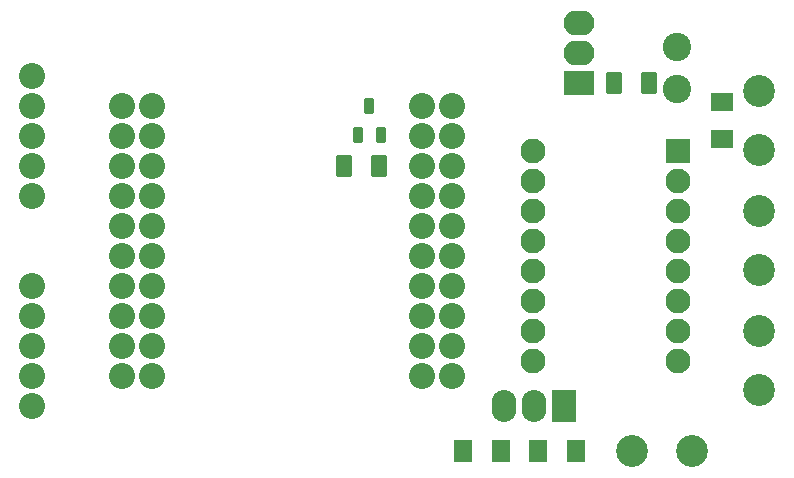
<source format=gbs>
G04 Layer: BottomSolderMaskLayer*
G04 EasyEDA v6.5.39, 2023-12-12 15:22:05*
G04 97430d4051d74cbab9520267499de571,defc1f93b7bc4f92b0c06f3051cee8fa,10*
G04 Gerber Generator version 0.2*
G04 Scale: 100 percent, Rotated: No, Reflected: No *
G04 Dimensions in millimeters *
G04 leading zeros omitted , absolute positions ,4 integer and 5 decimal *
%FSLAX45Y45*%
%MOMM*%

%AMMACRO1*1,1,$1,$2,$3*1,1,$1,$4,$5*1,1,$1,0-$2,0-$3*1,1,$1,0-$4,0-$5*20,1,$1,$2,$3,$4,$5,0*20,1,$1,$4,$5,0-$2,0-$3,0*20,1,$1,0-$2,0-$3,0-$4,0-$5,0*20,1,$1,0-$4,0-$5,$2,$3,0*4,1,4,$2,$3,$4,$5,0-$2,0-$3,0-$4,0-$5,$2,$3,0*%
%ADD10C,2.2032*%
%ADD11O,2.601595X2.101596*%
%ADD12MACRO1,0.1016X-1.2497X-1.0008X-1.2497X1.0008*%
%ADD13C,2.4016*%
%ADD14C,2.7016*%
%ADD15MACRO1,0.1016X1X-1X-1X-1*%
%ADD16C,2.1016*%
%ADD17O,2.101596X2.7015947999999996*%
%ADD18MACRO1,0.1016X1X-1.3X-1X-1.3*%
%ADD19MACRO1,0.1016X-0.6038X0.8505X-0.6038X-0.8505*%
%ADD20MACRO1,0.1016X0.6038X0.8505X0.6038X-0.8505*%
%ADD21MACRO1,0.1016X-0.7425X0.864X-0.7425X-0.864*%
%ADD22MACRO1,0.1016X0.7425X0.864X0.7425X-0.864*%
%ADD23MACRO1,0.1016X0.7425X-0.864X0.7425X0.864*%
%ADD24MACRO1,0.1016X-0.7425X-0.864X-0.7425X0.864*%
%ADD25R,1.8296X1.5866*%
%ADD26MACRO1,0.1016X-0.35X-0.625X0.35X-0.625*%

%LPD*%
D10*
G01*
X2603474Y1016000D03*
G01*
X2857474Y1016000D03*
G01*
X2603474Y1270000D03*
G01*
X2857474Y1270000D03*
G01*
X2603474Y1524000D03*
G01*
X2857474Y1524000D03*
G01*
X2603474Y1778000D03*
G01*
X2857474Y1778000D03*
G01*
X2603474Y2032000D03*
G01*
X2857474Y2032000D03*
G01*
X2603474Y2286000D03*
G01*
X2857474Y2286000D03*
G01*
X2603474Y2540000D03*
G01*
X2857474Y2540000D03*
G01*
X2603474Y2794000D03*
G01*
X2857474Y2794000D03*
G01*
X2603474Y3048000D03*
G01*
X2857474Y3048000D03*
G01*
X2603474Y3302000D03*
G01*
X2857474Y3302000D03*
G01*
X5397474Y1016000D03*
G01*
X5143474Y1016000D03*
G01*
X5143474Y1270000D03*
G01*
X5143474Y1524000D03*
G01*
X5143474Y1778000D03*
G01*
X5143474Y2032000D03*
G01*
X5143474Y2286000D03*
G01*
X5143474Y2540000D03*
G01*
X5143474Y2794000D03*
G01*
X5143474Y3048000D03*
G01*
X5143474Y3302000D03*
G01*
X5397474Y3302000D03*
G01*
X5397474Y3048000D03*
G01*
X5397474Y2794000D03*
G01*
X5397474Y2540000D03*
G01*
X5397474Y2286000D03*
G01*
X5397474Y2032000D03*
G01*
X5397474Y1778000D03*
G01*
X5397474Y1524000D03*
G01*
X5397474Y1270000D03*
D11*
G01*
X6477000Y3746500D03*
G01*
X6477000Y4000500D03*
D12*
G01*
X6476987Y3492489D03*
D13*
G01*
X7302474Y3794505D03*
G01*
X7302474Y3444494D03*
D14*
G01*
X8001000Y3425418D03*
G01*
X8001000Y2924530D03*
G01*
X6925056Y381000D03*
G01*
X7425943Y381000D03*
G01*
X8000974Y1393444D03*
G01*
X8000974Y892555D03*
G01*
X8000974Y2409444D03*
G01*
X8000974Y1908555D03*
D10*
G01*
X1841500Y3556000D03*
G01*
X1841500Y3302000D03*
G01*
X1841500Y3048000D03*
G01*
X1841500Y2794000D03*
G01*
X1841500Y2540000D03*
G01*
X1841500Y1778000D03*
G01*
X1841500Y1524000D03*
G01*
X1841500Y1270000D03*
G01*
X1841500Y1016000D03*
G01*
X1841500Y762000D03*
D15*
G01*
X7315187Y2920994D03*
D16*
G01*
X7315200Y2667000D03*
G01*
X7315200Y2413000D03*
G01*
X7315200Y2159000D03*
G01*
X7315200Y1905000D03*
G01*
X7315200Y1651000D03*
G01*
X7315200Y1397000D03*
G01*
X7315200Y1143000D03*
G01*
X6083300Y1143000D03*
G01*
X6083300Y1397000D03*
G01*
X6083300Y1651000D03*
G01*
X6083300Y1905000D03*
G01*
X6083300Y2159000D03*
G01*
X6083300Y2413000D03*
G01*
X6083300Y2667000D03*
G01*
X6083300Y2921000D03*
D17*
G01*
X6096000Y761492D03*
G01*
X5841974Y762482D03*
D18*
G01*
X6349992Y761509D03*
D19*
G01*
X7069363Y3492492D03*
D20*
G01*
X6773611Y3492492D03*
D21*
G01*
X6445740Y381000D03*
D22*
G01*
X6127239Y381000D03*
D23*
G01*
X5492239Y381000D03*
D24*
G01*
X5810740Y381000D03*
D25*
G01*
X7683500Y3015742D03*
G01*
X7683500Y3334232D03*
D26*
G01*
X4698989Y3299960D03*
G01*
X4603993Y3050024D03*
G01*
X4793985Y3050024D03*
D19*
G01*
X4783366Y2793994D03*
D20*
G01*
X4487613Y2793994D03*
M02*

</source>
